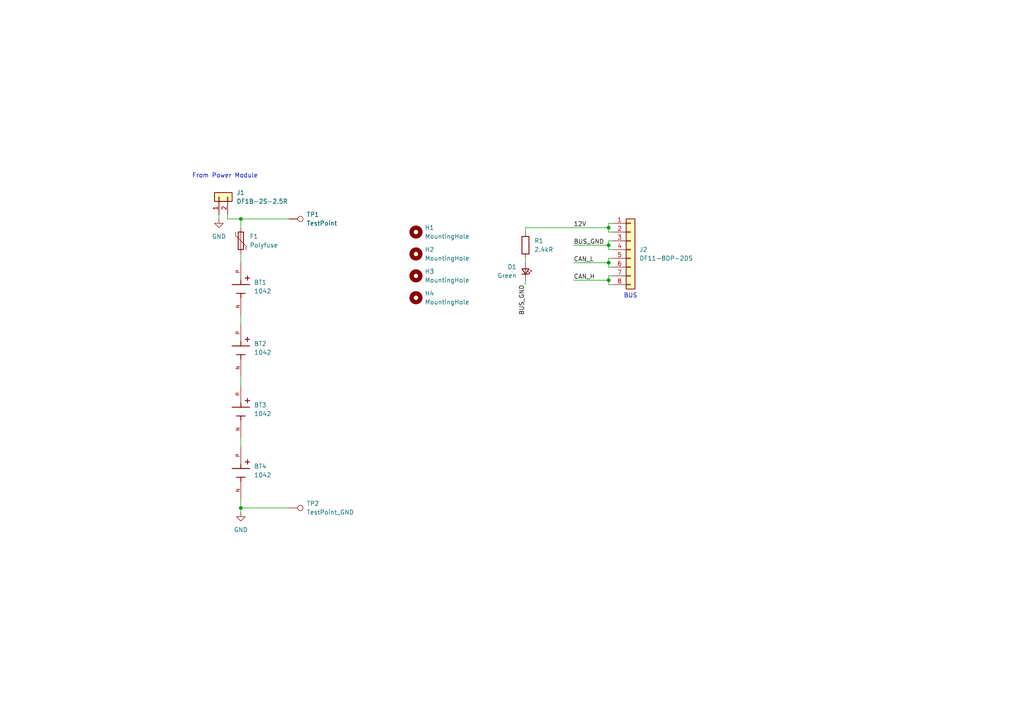
<source format=kicad_sch>
(kicad_sch (version 20250114) (generator "eeschema") (generator_version "9.0")
  (paper "A4")
  (lib_symbols
    (symbol "1042_1" (pin_names (offset 1.016))
      (property "Reference" "BT" (at -3.81 3.81 0))
      (property "Value" "1042" (at -3.81 -5.08 0))
      (symbol "1042_1_0_0"
        (polyline (pts (xy -3.81 1.905) (xy -2.54 1.905)) (stroke (width 0.254)))
        (polyline (pts (xy -3.175 2.54) (xy -3.175 1.27)) (stroke (width 0.254)))
        (polyline (pts (xy -1.27 2.54) (xy -1.27 0)) (stroke (width 0.254)))
        (polyline (pts (xy -1.27 0) (xy -2.54 0)) (stroke (width 0.254)))
        (polyline (pts (xy -1.27 0) (xy -1.27 -2.54)) (stroke (width 0.254)))
        (polyline (pts (xy 1.27 1.27) (xy 1.27 0)) (stroke (width 0.254)))
        (polyline (pts (xy 1.27 0) (xy 1.27 -1.27)) (stroke (width 0.254)))
        (polyline (pts (xy 1.27 0) (xy 2.54 0)) (stroke (width 0.254)))
        (pin passive line (at -7.62 0 0) (length 5.08) (name "~") (number "P"))
        (pin passive line (at 7.62 0 180) (length 5.08) (name "~") (number "N"))
      )
    )
    (symbol "1042_2" (pin_names (offset 1.016))
      (property "Reference" "BT" (at -3.81 3.81 0))
      (property "Value" "1042" (at -3.81 -5.08 0))
      (symbol "1042_2_0_0"
        (polyline (pts (xy -3.81 1.905) (xy -2.54 1.905)) (stroke (width 0.254)))
        (polyline (pts (xy -3.175 2.54) (xy -3.175 1.27)) (stroke (width 0.254)))
        (polyline (pts (xy -1.27 2.54) (xy -1.27 0)) (stroke (width 0.254)))
        (polyline (pts (xy -1.27 0) (xy -2.54 0)) (stroke (width 0.254)))
        (polyline (pts (xy -1.27 0) (xy -1.27 -2.54)) (stroke (width 0.254)))
        (polyline (pts (xy 1.27 1.27) (xy 1.27 0)) (stroke (width 0.254)))
        (polyline (pts (xy 1.27 0) (xy 1.27 -1.27)) (stroke (width 0.254)))
        (polyline (pts (xy 1.27 0) (xy 2.54 0)) (stroke (width 0.254)))
        (pin passive line (at -7.62 0 0) (length 5.08) (name "~") (number "P"))
        (pin passive line (at 7.62 0 180) (length 5.08) (name "~") (number "N"))
      )
    )
    (symbol "1042_3" (pin_names (offset 1.016))
      (property "Reference" "BT" (at -3.81 3.81 0))
      (property "Value" "1042" (at -3.81 -5.08 0))
      (symbol "1042_3_0_0"
        (polyline (pts (xy -3.81 1.905) (xy -2.54 1.905)) (stroke (width 0.254)))
        (polyline (pts (xy -3.175 2.54) (xy -3.175 1.27)) (stroke (width 0.254)))
        (polyline (pts (xy -1.27 2.54) (xy -1.27 0)) (stroke (width 0.254)))
        (polyline (pts (xy -1.27 0) (xy -2.54 0)) (stroke (width 0.254)))
        (polyline (pts (xy -1.27 0) (xy -1.27 -2.54)) (stroke (width 0.254)))
        (polyline (pts (xy 1.27 1.27) (xy 1.27 0)) (stroke (width 0.254)))
        (polyline (pts (xy 1.27 0) (xy 1.27 -1.27)) (stroke (width 0.254)))
        (polyline (pts (xy 1.27 0) (xy 2.54 0)) (stroke (width 0.254)))
        (pin passive line (at -7.62 0 0) (length 5.08) (name "~") (number "P"))
        (pin passive line (at 7.62 0 180) (length 5.08) (name "~") (number "N"))
      )
    )
    (symbol "Connector:TestPoint" (pin_numbers (hide yes)) (pin_names (offset 0.762) (hide yes))
      (property "Reference" "TP" (at 0 6.858 0))
      (property "Value" "TestPoint" (at 0 5.08 0))
      (symbol "TestPoint_0_1"
        (circle (center 0 3.302) (radius 0.762))
      )
      (symbol "TestPoint_1_1"
        (pin passive line (at 0 0 90) (length 2.54) (name "1") (number "1"))
      )
    )
    (symbol "Connector_Generic:Conn_01x02" (pin_names (offset 1.016) (hide yes))
      (property "Reference" "J" (at 0 2.54 0))
      (property "Value" "Conn_01x02" (at 0 -5.08 0))
      (symbol "Conn_01x02_1_1"
        (rectangle (start -1.27 1.27) (end 1.27 -3.81) (stroke (width 0.254)) (fill (type background)))
        (rectangle (start -1.27 0.127) (end 0 -0.127) (stroke (width 0.1524)))
        (rectangle (start -1.27 -2.413) (end 0 -2.667) (stroke (width 0.1524)))
        (pin passive line (at -5.08 0 0) (length 3.81) (name "Pin_1") (number "1"))
        (pin passive line (at -5.08 -2.54 0) (length 3.81) (name "Pin_2") (number "2"))
      )
    )
    (symbol "Connector_Generic:Conn_01x08" (pin_names (offset 1.016) (hide yes))
      (property "Reference" "J" (at 0 10.16 0))
      (property "Value" "Conn_01x08" (at 0 -12.7 0))
      (symbol "Conn_01x08_1_1"
        (rectangle (start -1.27 8.89) (end 1.27 -11.43) (stroke (width 0.254)) (fill (type background)))
        (rectangle (start -1.27 7.747) (end 0 7.493) (stroke (width 0.1524)))
        (rectangle (start -1.27 5.207) (end 0 4.953) (stroke (width 0.1524)))
        (rectangle (start -1.27 2.667) (end 0 2.413) (stroke (width 0.1524)))
        (rectangle (start -1.27 0.127) (end 0 -0.127) (stroke (width 0.1524)))
        (rectangle (start -1.27 -2.413) (end 0 -2.667) (stroke (width 0.1524)))
        (rectangle (start -1.27 -4.953) (end 0 -5.207) (stroke (width 0.1524)))
        (rectangle (start -1.27 -7.493) (end 0 -7.747) (stroke (width 0.1524)))
        (rectangle (start -1.27 -10.033) (end 0 -10.287) (stroke (width 0.1524)))
        (pin passive line (at -5.08 7.62 0) (length 3.81) (name "Pin_1") (number "1"))
        (pin passive line (at -5.08 5.08 0) (length 3.81) (name "Pin_2") (number "2"))
        (pin passive line (at -5.08 2.54 0) (length 3.81) (name "Pin_3") (number "3"))
        (pin passive line (at -5.08 0 0) (length 3.81) (name "Pin_4") (number "4"))
        (pin passive line (at -5.08 -2.54 0) (length 3.81) (name "Pin_5") (number "5"))
        (pin passive line (at -5.08 -5.08 0) (length 3.81) (name "Pin_6") (number "6"))
        (pin passive line (at -5.08 -7.62 0) (length 3.81) (name "Pin_7") (number "7"))
        (pin passive line (at -5.08 -10.16 0) (length 3.81) (name "Pin_8") (number "8"))
      )
    )
    (symbol "Device:LED_Small" (pin_numbers (hide yes)) (pin_names (offset 0.254) (hide yes))
      (property "Reference" "D" (at -1.27 3.175 0))
      (property "Value" "LED_Small" (at -4.445 -2.54 0))
      (symbol "LED_Small_0_1"
        (polyline (pts (xy -0.762 -1.016) (xy -0.762 1.016)) (stroke (width 0.254)))
        (polyline (pts (xy 0 0.762) (xy -0.508 1.27) (xy -0.254 1.27) (xy -0.508 1.27) (xy -0.508 1.016)))
        (polyline (pts (xy 0.508 1.27) (xy 0 1.778) (xy 0.254 1.778) (xy 0 1.778) (xy 0 1.524)))
        (polyline (pts (xy 0.762 -1.016) (xy -0.762 0) (xy 0.762 1.016) (xy 0.762 -1.016)) (stroke (width 0.254)))
        (polyline (pts (xy 1.016 0) (xy -0.762 0)))
      )
      (symbol "LED_Small_1_1"
        (pin passive line (at -2.54 0 0) (length 1.778) (name "K") (number "1"))
        (pin passive line (at 2.54 0 180) (length 1.778) (name "A") (number "2"))
      )
    )
    (symbol "Device:Polyfuse" (pin_numbers (hide yes)) (pin_names (offset 0))
      (property "Reference" "F" (at -2.54 0 90))
      (property "Value" "Polyfuse" (at 2.54 0 90))
      (symbol "Polyfuse_0_1"
        (polyline (pts (xy -1.524 2.54) (xy -1.524 1.524) (xy 1.524 -1.524) (xy 1.524 -2.54)))
        (rectangle (start -0.762 2.54) (end 0.762 -2.54) (stroke (width 0.254)))
        (polyline (pts (xy 0 2.54) (xy 0 -2.54)))
      )
      (symbol "Polyfuse_1_1"
        (pin passive line (at 0 3.81 270) (length 1.27) (name "~") (number "1"))
        (pin passive line (at 0 -3.81 90) (length 1.27) (name "~") (number "2"))
      )
    )
    (symbol "Device:R" (pin_numbers (hide yes)) (pin_names (offset 0))
      (property "Reference" "R" (at 2.032 0 90))
      (property "Value" "R" (at 0 0 90))
      (symbol "R_0_1"
        (rectangle (start -1.016 -2.54) (end 1.016 2.54) (stroke (width 0.254)))
      )
      (symbol "R_1_1"
        (pin passive line (at 0 3.81 270) (length 1.27) (name "~") (number "1"))
        (pin passive line (at 0 -3.81 90) (length 1.27) (name "~") (number "2"))
      )
    )
    (symbol "Mechanical:MountingHole" (pin_names (offset 1.016)) (exclude_from_sim yes) (in_bom no)
      (property "Reference" "H" (at 0 5.08 0))
      (property "Value" "MountingHole" (at 0 3.175 0))
      (symbol "MountingHole_0_1"
        (circle (center 0 0) (radius 1.27) (stroke (width 1.27)))
      )
    )
    (symbol "TSRP_Battery:1042" (pin_names (offset 1.016))
      (property "Reference" "BT" (at -3.81 3.81 0))
      (property "Value" "1042" (at -3.81 -5.08 0))
      (symbol "1042_0_0"
        (polyline (pts (xy -3.81 1.905) (xy -2.54 1.905)) (stroke (width 0.254)))
        (polyline (pts (xy -3.175 2.54) (xy -3.175 1.27)) (stroke (width 0.254)))
        (polyline (pts (xy -1.27 2.54) (xy -1.27 0)) (stroke (width 0.254)))
        (polyline (pts (xy -1.27 0) (xy -2.54 0)) (stroke (width 0.254)))
        (polyline (pts (xy -1.27 0) (xy -1.27 -2.54)) (stroke (width 0.254)))
        (polyline (pts (xy 1.27 1.27) (xy 1.27 0)) (stroke (width 0.254)))
        (polyline (pts (xy 1.27 0) (xy 1.27 -1.27)) (stroke (width 0.254)))
        (polyline (pts (xy 1.27 0) (xy 2.54 0)) (stroke (width 0.254)))
        (pin passive line (at -7.62 0 0) (length 5.08) (name "~") (number "P"))
        (pin passive line (at 7.62 0 180) (length 5.08) (name "~") (number "N"))
      )
    )
    (symbol "power:GND" (power) (pin_numbers (hide yes)) (pin_names (offset 0) (hide yes))
      (property "Value" "GND" (at 0 -3.81 0))
      (symbol "GND_0_1"
        (polyline (pts (xy 0 0) (xy 0 -1.27) (xy 1.27 -1.27) (xy 0 -2.54) (xy -1.27 -1.27) (xy 0 -1.27)))
      )
      (symbol "GND_1_1"
        (pin power_in line (at 0 0 270) (length 0) (name "~") (number "1"))
      )
    )
  )
  (text "From Power Module" (at 65.278 51.054 0) (effects (font (size 1.27 1.27))))
  (text "BUS" (at 182.88 85.852 0) (effects (font (size 1.27 1.27))))
  (junction (at 176.53 66.04))
  (junction (at 176.53 76.2))
  (junction (at 176.53 71.12))
  (junction (at 69.85 63.5))
  (junction (at 176.53 81.28))
  (junction (at 69.85 147.32))
  (wire (pts (xy 177.8 69.85) (xy 176.53 69.85)))
  (wire (pts (xy 152.4 74.93) (xy 152.4 76.2)))
  (wire (pts (xy 176.53 67.31) (xy 177.8 67.31)))
  (wire (pts (xy 176.53 66.04) (xy 176.53 67.31)))
  (wire (pts (xy 69.85 109.22) (xy 69.85 111.76)))
  (wire (pts (xy 177.8 64.77) (xy 176.53 64.77)))
  (wire (pts (xy 69.85 144.78) (xy 69.85 147.32)))
  (wire (pts (xy 69.85 63.5) (xy 83.82 63.5)))
  (wire (pts (xy 69.85 147.32) (xy 83.82 147.32)))
  (wire (pts (xy 176.53 64.77) (xy 176.53 66.04)))
  (wire (pts (xy 152.4 81.28) (xy 152.4 82.55)))
  (wire (pts (xy 69.85 73.66) (xy 69.85 76.2)))
  (wire (pts (xy 176.53 81.28) (xy 176.53 82.55)))
  (wire (pts (xy 176.53 77.47) (xy 177.8 77.47)))
  (wire (pts (xy 177.8 80.01) (xy 176.53 80.01)))
  (wire (pts (xy 152.4 66.04) (xy 176.53 66.04)))
  (wire (pts (xy 176.53 82.55) (xy 177.8 82.55)))
  (wire (pts (xy 69.85 147.32) (xy 69.85 148.59)))
  (wire (pts (xy 69.85 91.44) (xy 69.85 93.98)))
  (wire (pts (xy 176.53 71.12) (xy 176.53 72.39)))
  (wire (pts (xy 177.8 74.93) (xy 176.53 74.93)))
  (wire (pts (xy 176.53 80.01) (xy 176.53 81.28)))
  (wire (pts (xy 63.5 62.23) (xy 63.5 63.5)))
  (wire (pts (xy 176.53 69.85) (xy 176.53 71.12)))
  (wire (pts (xy 66.04 62.23) (xy 66.04 63.5)))
  (wire (pts (xy 176.53 72.39) (xy 177.8 72.39)))
  (wire (pts (xy 176.53 76.2) (xy 176.53 77.47)))
  (wire (pts (xy 166.37 71.12) (xy 176.53 71.12)))
  (wire (pts (xy 176.53 74.93) (xy 176.53 76.2)))
  (wire (pts (xy 152.4 67.31) (xy 152.4 66.04)))
  (wire (pts (xy 166.37 76.2) (xy 176.53 76.2)))
  (wire (pts (xy 166.37 81.28) (xy 176.53 81.28)))
  (wire (pts (xy 66.04 63.5) (xy 69.85 63.5)))
  (wire (pts (xy 69.85 63.5) (xy 69.85 66.04)))
  (wire (pts (xy 69.85 127) (xy 69.85 129.54)))
  (label "BUS_GND" (at 166.37 71.12 0))
  (label "CAN_L" (at 166.37 76.2 0))
  (label "BUS_GND" (at 152.4 82.55 270))
  (label "CAN_H" (at 166.37 81.28 0))
  (label "12V" (at 166.37 66.04 0))
  (symbol (lib_id "Device:R") (at 152.4 71.12 0) (unit 1)
    (property "Reference" "R1" (at 154.94 69.8499 0) (effects (justify left)))
    (property "Value" "2.4kR" (at 154.94 72.3899 0) (effects (justify left)))
    (property "Footprint" "Resistor_SMD:R_0603_1608Metric_Pad0.98x0.95mm_HandSolder" (effects (hide yes)))
    (property "Description" "Resistor" (effects (hide yes)))
  )
  (symbol (lib_id "Connector:TestPoint") (at 83.82 147.32 270) (unit 1)
    (property "Reference" "TP2" (at 88.9 146.0499 90) (effects (justify left)))
    (property "Value" "TestPoint_GND" (at 88.9 148.5899 90) (effects (justify left)))
    (property "Footprint" "TestPoint:TestPoint_THTPad_1.0x1.0mm_Drill0.5mm" (effects (hide yes)))
    (property "Description" "test point" (effects (hide yes)))
  )
  (symbol (lib_id "Device:LED_Small") (at 152.4 78.74 270) (mirror x) (unit 1)
    (property "Reference" "D1" (at 149.86 77.4064 90) (effects (justify right)))
    (property "Value" "Green" (at 149.86 79.9464 90) (effects (justify right)))
    (property "Footprint" "LED_SMD:LED_0603_1608Metric_Pad1.05x0.95mm_HandSolder" (effects (hide yes)))
    (property "Description" "Light emitting diode, small symbol" (effects (hide yes)))
    (property "Sim.Pin" "1=K 2=A" (effects (hide yes)))
  )
  (symbol (lib_name "1042_3") (lib_id "TSRP_Battery:1042") (at 69.85 101.6 270) (unit 1)
    (property "Reference" "BT2" (at 73.66 99.6949 90) (effects (justify left)))
    (property "Value" "1042" (at 73.66 102.2349 90) (effects (justify left)))
    (property "Footprint" "TSRP_Battery:BAT_1042" (effects (hide yes)))
    (property "MF" "Keystone Electronics Corp." (effects (hide yes)))
    (property "MAXIMUM_PACKAGE_HEIGHT" "15.11mm" (effects (hide yes)))
    (property "Package" "NON STANDARD-5 Keystone" (effects (hide yes)))
    (property "Price" "None" (effects (hide yes)))
    (property "Check_prices" "https://www.snapeda.com/parts/1042/Keystone/view-part/?ref=eda" (effects (hide yes)))
    (property "STANDARD" "Manufacturer Recommendations" (effects (hide yes)))
    (property "PARTREV" "E" (effects (hide yes)))
    (property "SnapEDA_Link" "https://www.snapeda.com/parts/1042/Keystone/view-part/?ref=snap" (effects (hide yes)))
    (property "MP" "1042" (effects (hide yes)))
    (property "Description_1" "SMT Holder for 18650 Battery" (effects (hide yes)))
    (property "SNAPEDA_PN" "1042" (effects (hide yes)))
    (property "Availability" "Not in stock" (effects (hide yes)))
    (property "MANUFACTURER" "Keystone" (effects (hide yes)))
  )
  (symbol (lib_id "power:GND") (at 63.5 63.5 0) (unit 1)
    (property "Reference" "#PWR02" (effects (hide yes)))
    (property "Value" "GND" (at 63.5 68.58 0))
    (property "Description" "Power symbol creates a global label with name \"GND\" , ground" (effects (hide yes)))
  )
  (symbol (lib_id "Device:Polyfuse") (at 69.85 69.85 0) (unit 1)
    (property "Reference" "F1" (at 72.39 68.5799 0) (effects (justify left)))
    (property "Value" "Polyfuse" (at 72.39 71.1199 0) (effects (justify left)))
    (property "Footprint" "Fuse:Fuse_Bourns_MF-RHT300" (effects (hide yes)))
    (property "Description" "Resettable fuse, polymeric positive temperature coefficient" (effects (hide yes)))
  )
  (symbol (lib_id "Mechanical:MountingHole") (at 120.65 67.31 0) (unit 1) (in_bom no)
    (property "Reference" "H1" (at 123.19 66.0399 0) (effects (justify left)))
    (property "Value" "MountingHole" (at 123.19 68.5799 0) (effects (justify left)))
    (property "Footprint" "MountingHole:MountingHole_3.2mm_M3_Pad_TopBottom" (effects (hide yes)))
    (property "Description" "Mounting Hole without connection" (effects (hide yes)))
  )
  (symbol (lib_id "Connector:TestPoint") (at 83.82 63.5 270) (unit 1)
    (property "Reference" "TP1" (at 88.9 62.2299 90) (effects (justify left)))
    (property "Value" "TestPoint" (at 88.9 64.7699 90) (effects (justify left)))
    (property "Footprint" "TestPoint:TestPoint_THTPad_D1.0mm_Drill0.5mm" (effects (hide yes)))
    (property "Description" "test point" (effects (hide yes)))
  )
  (symbol (lib_id "Mechanical:MountingHole") (at 120.65 86.36 0) (unit 1) (in_bom no)
    (property "Reference" "H4" (at 123.19 85.0899 0) (effects (justify left)))
    (property "Value" "MountingHole" (at 123.19 87.6299 0) (effects (justify left)))
    (property "Footprint" "MountingHole:MountingHole_3.2mm_M3_Pad_TopBottom" (effects (hide yes)))
    (property "Description" "Mounting Hole without connection" (effects (hide yes)))
  )
  (symbol (lib_name "1042_2") (lib_id "TSRP_Battery:1042") (at 69.85 119.38 270) (unit 1)
    (property "Reference" "BT3" (at 73.66 117.4749 90) (effects (justify left)))
    (property "Value" "1042" (at 73.66 120.0149 90) (effects (justify left)))
    (property "Footprint" "TSRP_Battery:BAT_1042" (effects (hide yes)))
    (property "MF" "Keystone Electronics Corp." (effects (hide yes)))
    (property "MAXIMUM_PACKAGE_HEIGHT" "15.11mm" (effects (hide yes)))
    (property "Package" "NON STANDARD-5 Keystone" (effects (hide yes)))
    (property "Price" "None" (effects (hide yes)))
    (property "Check_prices" "https://www.snapeda.com/parts/1042/Keystone/view-part/?ref=eda" (effects (hide yes)))
    (property "STANDARD" "Manufacturer Recommendations" (effects (hide yes)))
    (property "PARTREV" "E" (effects (hide yes)))
    (property "SnapEDA_Link" "https://www.snapeda.com/parts/1042/Keystone/view-part/?ref=snap" (effects (hide yes)))
    (property "MP" "1042" (effects (hide yes)))
    (property "Description_1" "SMT Holder for 18650 Battery" (effects (hide yes)))
    (property "SNAPEDA_PN" "1042" (effects (hide yes)))
    (property "Availability" "Not in stock" (effects (hide yes)))
    (property "MANUFACTURER" "Keystone" (effects (hide yes)))
  )
  (symbol (lib_id "Connector_Generic:Conn_01x02") (at 63.5 57.15 90) (unit 1)
    (property "Reference" "J1" (at 68.58 55.8799 90) (effects (justify right)))
    (property "Value" "DF1B-2S-2.5R" (at 68.58 58.4199 90) (effects (justify right)))
    (property "Footprint" "TSRP_Connector_Hirose:DF1B-2S-2.5R" (effects (hide yes)))
    (property "Description" "Generic connector, single row, 01x02, script generated (kicad-library-utils/schlib/autogen/connector/)" (effects (hide yes)))
  )
  (symbol (lib_name "1042_1") (lib_id "TSRP_Battery:1042") (at 69.85 137.16 270) (unit 1)
    (property "Reference" "BT4" (at 73.66 135.2549 90) (effects (justify left)))
    (property "Value" "1042" (at 73.66 137.7949 90) (effects (justify left)))
    (property "Footprint" "TSRP_Battery:BAT_1042" (effects (hide yes)))
    (property "MF" "Keystone Electronics Corp." (effects (hide yes)))
    (property "MAXIMUM_PACKAGE_HEIGHT" "15.11mm" (effects (hide yes)))
    (property "Package" "NON STANDARD-5 Keystone" (effects (hide yes)))
    (property "Price" "None" (effects (hide yes)))
    (property "Check_prices" "https://www.snapeda.com/parts/1042/Keystone/view-part/?ref=eda" (effects (hide yes)))
    (property "STANDARD" "Manufacturer Recommendations" (effects (hide yes)))
    (property "PARTREV" "E" (effects (hide yes)))
    (property "SnapEDA_Link" "https://www.snapeda.com/parts/1042/Keystone/view-part/?ref=snap" (effects (hide yes)))
    (property "MP" "1042" (effects (hide yes)))
    (property "Description_1" "SMT Holder for 18650 Battery" (effects (hide yes)))
    (property "SNAPEDA_PN" "1042" (effects (hide yes)))
    (property "Availability" "Not in stock" (effects (hide yes)))
    (property "MANUFACTURER" "Keystone" (effects (hide yes)))
  )
  (symbol (lib_id "Mechanical:MountingHole") (at 120.65 80.01 0) (unit 1) (in_bom no)
    (property "Reference" "H3" (at 123.19 78.7399 0) (effects (justify left)))
    (property "Value" "MountingHole" (at 123.19 81.2799 0) (effects (justify left)))
    (property "Footprint" "MountingHole:MountingHole_3.2mm_M3_Pad_TopBottom" (effects (hide yes)))
    (property "Description" "Mounting Hole without connection" (effects (hide yes)))
  )
  (symbol (lib_id "power:GND") (at 69.85 148.59 0) (unit 1)
    (property "Reference" "#PWR03" (effects (hide yes)))
    (property "Value" "GND" (at 69.85 153.67 0))
    (property "Description" "Power symbol creates a global label with name \"GND\" , ground" (effects (hide yes)))
  )
  (symbol (lib_id "Mechanical:MountingHole") (at 120.65 73.66 0) (unit 1) (in_bom no)
    (property "Reference" "H2" (at 123.19 72.3899 0) (effects (justify left)))
    (property "Value" "MountingHole" (at 123.19 74.9299 0) (effects (justify left)))
    (property "Footprint" "MountingHole:MountingHole_3.2mm_M3_Pad_TopBottom" (effects (hide yes)))
    (property "Description" "Mounting Hole without connection" (effects (hide yes)))
  )
  (symbol (lib_id "Connector_Generic:Conn_01x08") (at 182.88 72.39 0) (unit 1)
    (property "Reference" "J2" (at 185.42 72.3899 0) (effects (justify left)))
    (property "Value" "DF11-8DP-2DS" (at 185.42 74.9299 0) (effects (justify left)))
    (property "Footprint" "TSRP_Connector_Hirose:DF11-8DP-2DS" (effects (hide yes)))
    (property "Description" "Generic connector, single row, 01x08, script generated (kicad-library-utils/schlib/autogen/connector/)" (effects (hide yes)))
  )
  (symbol (lib_id "TSRP_Battery:1042") (at 69.85 83.82 270) (unit 1)
    (property "Reference" "BT1" (at 73.66 81.9149 90) (effects (justify left)))
    (property "Value" "1042" (at 73.66 84.4549 90) (effects (justify left)))
    (property "Footprint" "TSRP_Battery:BAT_1042" (effects (hide yes)))
    (property "MF" "Keystone Electronics Corp." (effects (hide yes)))
    (property "MAXIMUM_PACKAGE_HEIGHT" "15.11mm" (effects (hide yes)))
    (property "Package" "NON STANDARD-5 Keystone" (effects (hide yes)))
    (property "Price" "None" (effects (hide yes)))
    (property "Check_prices" "https://www.snapeda.com/parts/1042/Keystone/view-part/?ref=eda" (effects (hide yes)))
    (property "STANDARD" "Manufacturer Recommendations" (effects (hide yes)))
    (property "PARTREV" "E" (effects (hide yes)))
    (property "SnapEDA_Link" "https://www.snapeda.com/parts/1042/Keystone/view-part/?ref=snap" (effects (hide yes)))
    (property "MP" "1042" (effects (hide yes)))
    (property "Description_1" "SMT Holder for 18650 Battery" (effects (hide yes)))
    (property "SNAPEDA_PN" "1042" (effects (hide yes)))
    (property "Availability" "Not in stock" (effects (hide yes)))
    (property "MANUFACTURER" "Keystone" (effects (hide yes)))
  )
)
</source>
